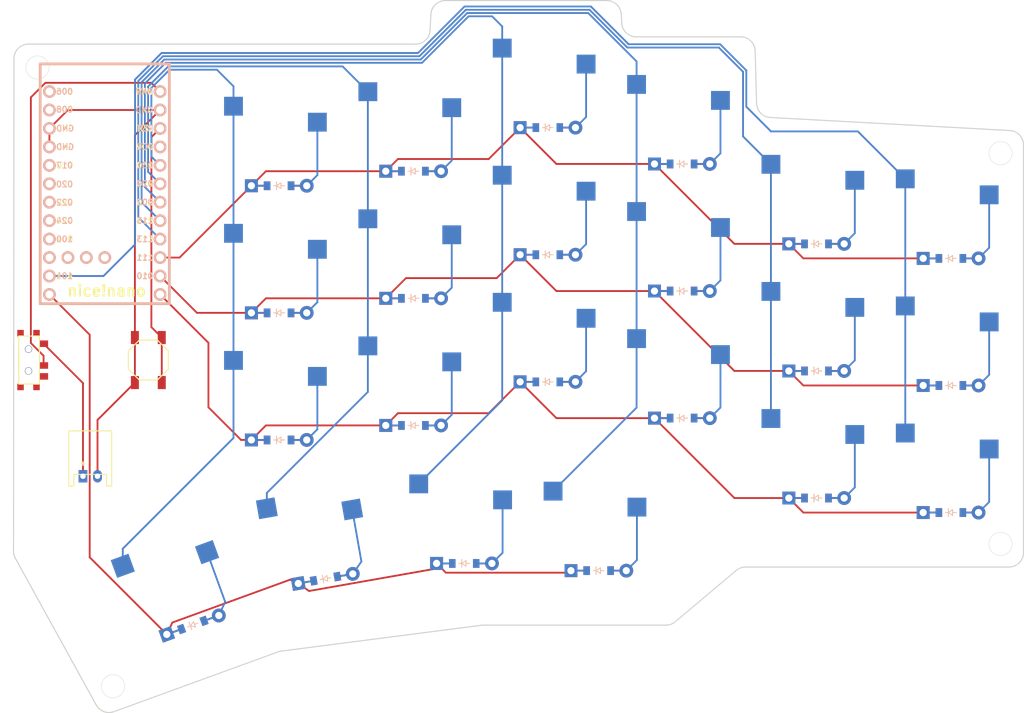
<source format=kicad_pcb>
(kicad_pcb (version 20240108) (generator "pcbnew") (generator_version "8.0")
  (title_block (title "right") (rev "v1.0.0") (company "Unknown"))
  (layers (0 "F.Cu" signal) (31 "B.Cu" signal) (34 "B.Paste" user) (35 "F.Paste" user) (36 "B.SilkS" user "B.Silkscreen") (37 "F.SilkS" user "F.Silkscreen") (38 "B.Mask" user) (39 "F.Mask" user) (44 "Edge.Cuts" user))
  (net 0 "")
  (net 1 "P104")
  (net 2 "mirror_first_bottom")
  (net 3 "mirror_first_home")
  (net 4 "mirror_first_top")
  (net 5 "P113")
  (net 6 "mirror_second_bottom")
  (net 7 "mirror_second_home")
  (net 8 "mirror_second_top")
  (net 9 "P115")
  (net 10 "mirror_third_bottom")
  (net 11 "mirror_third_home")
  (net 12 "mirror_third_top")
  (net 13 "P002")
  (net 14 "mirror_fourth_bottom")
  (net 15 "mirror_fourth_home")
  (net 16 "mirror_fourth_top")
  (net 17 "P029")
  (net 18 "mirror_fifth_bottom")
  (net 19 "mirror_fifth_home")
  (net 20 "mirror_fifth_top")
  (net 21 "P031")
  (net 22 "mirror_sixth_bottom")
  (net 23 "mirror_sixth_home")
  (net 24 "mirror_sixth_top")
  (net 25 "mirror_first_only")
  (net 26 "mirror_second_only")
  (net 27 "mirror_third_only")
  (net 28 "mirror_fourth_only")
  (net 29 "P009")
  (net 30 "P010")
  (net 31 "P111")
  (net 32 "P106")
  (net 33 "RAW")
  (net 34 "GND")
  (net 35 "RST")
  (net 36 "VCC")
  (net 37 "P006")
  (net 38 "P008")
  (net 39 "P017")
  (net 40 "P020")
  (net 41 "P022")
  (net 42 "P024")
  (net 43 "P100")
  (net 44 "P011")
  (net 45 "P101")
  (net 46 "P102")
  (net 47 "P107")
  (net 48 "pos")
  (footprint "E73:SPDT_C128955" (layer "F.Cu") (at 261.565178 66.480607 90)
    (property "Reference" "T1" (hide yes))
    (property "Value" "" (hide yes))
  )
  (footprint "E73:SW_TACT_ALPS_SKQGABE010" (layer "F.Cu") (at 278.065179 66.480607 90)
    (property "Reference" "B1" (hide yes))
    (property "Value" "" (hide yes))
  )
  (footprint "PG1350" (layer "F.Cu") (at 337.065178 90.480607)
    (property "Reference" "S19" (hide yes))
    (property "Value" "" (hide yes))
  )
  (footprint "ComboDiode" (layer "F.Cu") (at 351.565177 74.480609)
    (property "Reference" "D7" (hide yes))
    (property "Value" "" (hide yes))
  )
  (footprint "PG1350" (layer "F.Cu") (at 311.565177 35.480608)
    (property "Reference" "S15" (hide yes))
    (property "Value" "" (hide yes))
  )
  (footprint "ComboDiode" (layer "F.Cu") (at 388.565177 52.480609)
    (property "Reference" "D3" (hide yes))
    (property "Value" "" (hide yes))
  )
  (footprint "ComboDiode" (layer "F.Cu") (at 333.065179 34.480609)
    (property "Reference" "D12" (hide yes))
    (property "Value" "" (hide yes))
  )
  (footprint "PG1350" (layer "F.Cu") (at 298.639075 92.180172 10)
    (property "Reference" "S21" (hide yes))
    (property "Value" "" (hide yes))
  )
  (footprint "ComboDiode" (layer "F.Cu") (at 296.065178 42.480609)
    (property "Reference" "D18" (hide yes))
    (property "Value" "" (hide yes))
  )
  (footprint "PG1350" (layer "F.Cu") (at 385.565178 64.980609)
    (property "Reference" "S2" (hide yes))
    (property "Value" "" (hide yes))
  )
  (footprint "PG1350" (layer "F.Cu") (at 367.065178 45.480608)
    (property "Reference" "S6" (hide yes))
    (property "Value" "" (hide yes))
  )
  (footprint "ComboDiode" (layer "F.Cu") (at 388.565179 69.980608)
    (property "Reference" "D2" (hide yes))
    (property "Value" "" (hide yes))
  )
  (footprint "ComboDiode" (layer "F.Cu") (at 296.065179 59.980607)
    (property "Reference" "D17" (hide yes))
    (property "Value" "" (hide yes))
  )
  (footprint "PG1350" (layer "F.Cu") (at 348.565178 51.980608)
    (property "Reference" "S8" (hide yes))
    (property "Value" "" (hide yes))
  )
  (footprint "ComboDiode" (layer "F.Cu") (at 314.565178 40.480609)
    (property "Reference" "D15" (hide yes))
    (property "Value" "" (hide yes))
  )
  (footprint "ComboDiode" (layer "F.Cu") (at 351.565178 39.480609)
    (property "Reference" "D9" (hide yes))
    (property "Value" "" (hide yes))
  )
  (footprint "ComboDiode" (layer "F.Cu") (at 296.065178 77.48061)
    (property "Reference" "D16" (hide yes))
    (property "Value" "" (hide yes))
  )
  (footprint "PG1350" (layer "F.Cu") (at 385.565179 82.480608)
    (property "Reference" "S1" (hide yes))
    (property "Value" "" (hide yes))
  )
  (footprint "PG1350" (layer "F.Cu") (at 293.065178 72.480609)
    (property "Reference" "S16" (hide yes))
    (property "Value" "" (hide yes))
  )
  (footprint "PG1350" (layer "F.Cu") (at 311.565178 52.980609)
    (property "Reference" "S14" (hide yes))
    (property "Value" "" (hide yes))
  )
  (footprint "PG1350" (layer "F.Cu") (at 330.065178 46.980608)
    (property "Reference" "S11" (hide yes))
    (property "Value" "" (hide yes))
  )
  (footprint "PG1350" (layer "F.Cu") (at 330.065179 64.480609)
    (property "Reference" "S10" (hide yes))
    (property "Value" "" (hide yes))
  )
  (footprint "ComboDiode" (layer "F.Cu") (at 388.565178 87.48061)
    (property "Reference" "D1" (hide yes))
    (property "Value" "" (hide yes))
  )
  (footprint "PG1350" (layer "F.Cu") (at 348.565179 69.480608)
    (property "Reference" "S7" (hide yes))
    (property "Value" "" (hide yes))
  )
  (footprint "PG1350" (layer "F.Cu") (at 311.565178 70.480608)
    (property "Reference" "S13" (hide yes))
    (property "Value" "" (hide yes))
  )
  (footprint "PG1350" (layer "F.Cu") (at 348.565179 34.480608)
    (property "Reference" "S9" (hide yes))
    (property "Value" "" (hide yes))
  )
  (footprint "PG1350" (layer "F.Cu") (at 293.065178 54.980609)
    (property "Reference" "S17" (hide yes))
    (property "Value" "" (hide yes))
  )
  (footprint "PG1350" (layer "F.Cu") (at 293.065178 37.480608)
    (property "Reference" "S18" (hide yes))
    (property "Value" "" (hide yes))
  )
  (footprint "ComboDiode" (layer "F.Cu") (at 370.065178 85.480609)
    (property "Reference" "D4" (hide yes))
    (property "Value" "" (hide yes))
  )
  (footprint "PG1350" (layer "F.Cu") (at 385.565177 47.480608)
    (property "Reference" "S3" (hide yes))
    (property "Value" "" (hide yes))
  )
  (footprint "ComboDiode" (layer "F.Cu") (at 302.461739 96.583267 10)
    (property "Reference" "D21" (hide yes))
    (property "Value" "" (hide yes))
  )
  (footprint "ComboDiode" (layer "F.Cu") (at 370.065176 67.980609)
    (property "Reference" "D5" (hide yes))
    (property "Value" "" (hide yes))
  )
  (footprint "ComboDiode" (layer "F.Cu") (at 314.565179 75.48061)
    (property "Reference" "D13" (hide yes))
    (property "Value" "" (hide yes))
  )
  (footprint "ComboDiode" (layer "F.Cu") (at 284.187294 102.956066 20)
    (property "Reference" "D22" (hide yes))
    (property "Value" "" (hide yes))
  )
  (footprint "PG1350" (layer "F.Cu") (at 367.065178 62.980608)
    (property "Reference" "S5" (hide yes))
    (property "Value" "" (hide yes))
  )
  (footprint "PG1350" (layer "F.Cu") (at 279.658116 99.283663 20)
    (property "Reference" "S22" (hide yes))
    (property "Value" "" (hide yes))
  )
  (footprint "ComboDiode" (layer "F.Cu") (at 370.065179 50.480609)
    (property "Reference" "D6" (hide yes))
    (property "Value" "" (hide yes))
  )
  (footprint "nice_nano" (layer "F.Cu") (at 272.065178 43.480609 -90)
    (property "Reference" "MCU1" (hide yes))
    (property "Value" "nice_nano" (hide yes))
  )
  (footprint "ComboDiode" (layer "F.Cu") (at 321.565178 94.480608)
    (property "Reference" "D20" (hide yes))
    (property "Value" "" (hide yes))
  )
  (footprint "PG1350" (layer "F.Cu") (at 330.065179 29.480609)
    (property "Reference" "S12" (hide yes))
    (property "Value" "" (hide yes))
  )
  (footprint "ComboDiode" (layer "F.Cu") (at 314.565177 57.980608)
    (property "Reference" "D14" (hide yes))
    (property "Value" "" (hide yes))
  )
  (footprint "ComboDiode" (layer "F.Cu") (at 333.065177 69.480609)
    (property "Reference" "D10" (hide yes))
    (property "Value" "" (hide yes))
  )
  (footprint "PG1350" (layer "F.Cu") (at 367.065176 80.48061)
    (property "Reference" "S4" (hide yes))
    (property "Value" "" (hide yes))
  )
  (footprint "ComboDiode" (layer "F.Cu") (at 340.065176 95.480609)
    (property "Reference" "D19" (hide yes))
    (property "Value" "" (hide yes))
  )
  (footprint "ComboDiode" (layer "F.Cu") (at 351.565179 56.980608)
    (property "Reference" "D8" (hide yes))
    (property "Value" "" (hide yes))
  )
  (footprint "PG1350" (layer "F.Cu") (at 318.565178 89.480608)
    (property "Reference" "S20" (hide yes))
    (property "Value" "" (hide yes))
  )
  (footprint "ComboDiode" (layer "F.Cu") (at 333.065178 51.980608)
    (property "Reference" "D11" (hide yes))
    (property "Value" "" (hide yes))
  )
  (footprint "JST_PH_S2B-PH-K_02x2.00mm_Angled" (layer "B.Cu") (at 270.065178 82.480608)
    (property "Reference" "JST1" (hide yes))
    (property "Value" "" (hide yes))
  )
  (gr_arc (start 359.61898 21.980609) (mid 361.013783 22.547247) (end 361.618235 23.926083) (stroke (width 0.15)) (layer "Edge.Cuts"))
  (gr_circle (center 262.8 26.2) (end 264.4 26.2) (stroke (width 0.05)) (fill none) (layer "Edge.Cuts"))
  (gr_arc (start 345.248775 21.980608) (mid 343.877566 21.436557) (end 343.252365 20.100394) (stroke (width 0.15)) (layer "Edge.Cuts"))
  (gr_line (start 350.623514 102.510431) (end 359.006842 95.450786) (stroke (width 0.15)) (layer "Edge.Cuts"))
  (gr_line (start 316.970172 18.880734) (end 316.860185 21.080482) (stroke (width 0.15)) (layer "Edge.Cuts"))
  (gr_circle (center 395.4 91.8) (end 397 91.8) (stroke (width 0.05)) (fill none) (layer "Edge.Cuts"))
  (gr_line (start 296.369158 106.555192) (end 323.937701 102.997062) (stroke (width 0.15)) (layer "Edge.Cuts"))
  (gr_arc (start 398.565179 92.980609) (mid 397.979393 94.394823) (end 396.565179 94.980608) (stroke (width 0.15)) (layer "Edge.Cuts"))
  (gr_line (start 259.563382 24.978814) (end 259.502521 92.801935) (stroke (width 0.15)) (layer "Edge.Cuts"))
  (gr_arc (start 259.563382 24.978814) (mid 260.149803 23.565759) (end 261.563383 22.980607) (stroke (width 0.15)) (layer "Edge.Cuts"))
  (gr_arc (start 273.326295 114.890479) (mid 271.939662 114.883622) (end 270.890765 113.976641) (stroke (width 0.15)) (layer "Edge.Cuts"))
  (gr_line (start 273.326296 114.890479) (end 295.941127 106.659355) (stroke (width 0.15)) (layer "Edge.Cuts"))
  (gr_arc (start 295.941127 106.659355) (mid 296.152266 106.595453) (end 296.369158 106.555192) (stroke (width 0.15)) (layer "Edge.Cuts"))
  (gr_arc (start 316.860186 21.080483) (mid 316.241131 22.429704) (end 314.862679 22.980608) (stroke (width 0.15)) (layer "Edge.Cuts"))
  (gr_line (start 343.252365 20.100394) (end 343.177992 18.860824) (stroke (width 0.15)) (layer "Edge.Cuts"))
  (gr_arc (start 341.181581 16.980609) (mid 342.552791 17.524661) (end 343.177992 18.860824) (stroke (width 0.15)) (layer "Edge.Cuts"))
  (gr_arc (start 363.70536 33.080891) (mid 362.380892 32.478721) (end 361.814936 31.138379) (stroke (width 0.15)) (layer "Edge.Cuts"))
  (gr_line (start 259.75103 93.769278) (end 270.890765 113.97664) (stroke (width 0.15)) (layer "Edge.Cuts"))
  (gr_line (start 361.814936 31.138379) (end 361.618235 23.926083) (stroke (width 0.15)) (layer "Edge.Cuts"))
  (gr_arc (start 259.75103 93.769278) (mid 259.56542 93.301369) (end 259.502521 92.801935) (stroke (width 0.15)) (layer "Edge.Cuts"))
  (gr_circle (center 273.2 111.4) (end 274.8 111.4) (stroke (width 0.05)) (fill none) (layer "Edge.Cuts"))
  (gr_line (start 398.565179 92.980609) (end 398.565178 36.874585) (stroke (width 0.15)) (layer "Edge.Cuts"))
  (gr_arc (start 316.970171 18.880735) (mid 317.589225 17.531514) (end 318.967677 16.980609) (stroke (width 0.15)) (layer "Edge.Cuts"))
  (gr_arc (start 359.006842 95.450785) (mid 359.609419 95.101825) (end 360.295114 94.980609) (stroke (width 0.15)) (layer "Edge.Cuts"))
  (gr_line (start 360.295114 94.980609) (end 396.565179 94.980608) (stroke (width 0.15)) (layer "Edge.Cuts"))
  (gr_circle (center 395.4 38) (end 397 38) (stroke (width 0.05)) (fill none) (layer "Edge.Cuts"))
  (gr_line (start 314.862679 22.980608) (end 261.563383 22.980607) (stroke (width 0.15)) (layer "Edge.Cuts"))
  (gr_line (start 396.674009 34.877547) (end 363.705361 33.080889) (stroke (width 0.15)) (layer "Edge.Cuts"))
  (gr_line (start 359.618979 21.980608) (end 345.248775 21.980608) (stroke (width 0.15)) (layer "Edge.Cuts"))
  (gr_arc (start 323.937702 102.997061) (mid 324.065442 102.984726) (end 324.19371 102.980609) (stroke (width 0.15)) (layer "Edge.Cuts"))
  (gr_arc (start 350.623513 102.510431) (mid 350.020936 102.85939) (end 349.335241 102.980608) (stroke (width 0.15)) (layer "Edge.Cuts"))
  (gr_line (start 341.181581 16.980609) (end 318.967677 16.980609) (stroke (width 0.15)) (layer "Edge.Cuts"))
  (gr_arc (start 396.674009 34.877547) (mid 398.01736 35.499387) (end 398.565178 36.874585) (stroke (width 0.15)) (layer "Edge.Cuts"))
  (gr_line (start 324.19371 102.980609) (end 349.335241 102.980608) (stroke (width 0.15)) (layer "Edge.Cuts"))
  (segment (start 363.8 35) (end 360.4 31.6) (width 0.25) (layer "B.Cu") (net 1))
  (segment (start 271.889391 54.910609) (end 264.445178 54.910609) (width 0.25) (layer "B.Cu") (net 1))
  (segment (start 339 17.8) (end 321.6 17.8) (width 0.25) (layer "B.Cu") (net 1))
  (segment (start 321.6 17.8) (end 315.2 24.2) (width 0.25) (layer "B.Cu") (net 1))
  (segment (start 375.759569 35) (end 363.8 35) (width 0.25) (layer "B.Cu") (net 1))
  (segment (start 382.290177 59.030608) (end 382.290178 59.030609) (width 0.25) (layer "B.Cu") (net 1))
  (segment (start 382.290178 76.530607) (end 382.290179 76.530608) (width 0.25) (layer "B.Cu") (net 1))
  (segment (start 360.4 31.6) (end 360.4 26.6) (width 0.25) (layer "B.Cu") (net 1))
  (segment (start 382.290177 41.530608) (end 375.759569 35) (width 0.25) (layer "B.Cu") (net 1))
  (segment (start 382.290177 41.530608) (end 382.290177 59.030608) (width 0.25) (layer "B.Cu") (net 1))
  (segment (start 276.233878 50.566122) (end 271.889391 54.910609) (width 0.25) (layer "B.Cu") (net 1))
  (segment (start 360.4 26.6) (end 356.8 23) (width 0.25) (layer "B.Cu") (net 1))
  (segment (start 356.8 23) (end 344.2 23) (width 0.25) (layer "B.Cu") (net 1))
  (segment (start 315.2 24.2) (end 279.890812 24.2) (width 0.25) (layer "B.Cu") (net 1))
  (segment (start 279.890812 24.2) (end 276.233878 27.856934) (width 0.25) (layer "B.Cu") (net 1))
  (segment (start 344.2 23) (end 339 17.8) (width 0.25) (layer "B.Cu") (net 1))
  (segment (start 382.290178 59.030609) (end 382.290178 76.530607) (width 0.25) (layer "B.Cu") (net 1))
  (segment (start 276.233878 27.856934) (end 276.233878 50.566122) (width 0.25) (layer "B.Cu") (net 1))
  (segment (start 390.215178 87.480609) (end 392.375177 87.480609) (width 0.25) (layer "F.Cu") (net 2))
  (segment (start 392.375177 87.480609) (end 392.375178 87.48061) (width 0.25) (layer "F.Cu") (net 2))
  (segment (start 393.840178 78.730609) (end 393.840178 86.015609) (width 0.25) (layer "B.Cu") (net 2))
  (segment (start 390.215179 87.480608) (end 392.375179 87.48061) (width 0.25) (layer "B.Cu") (net 2))
  (segment (start 393.840178 86.015609) (end 392.375179 87.48061) (width 0.25) (layer "B.Cu") (net 2))
  (segment (start 392.375179 69.980608) (end 390.21518 69.980608) (width 0.25) (layer "F.Cu") (net 3))
  (segment (start 390.21518 69.980608) (end 390.215179 69.980607) (width 0.25) (layer "F.Cu") (net 3))
  (segment (start 392.375179 69.980608) (end 390.215178 69.980608) (width 0.25) (layer "B.Cu") (net 3))
  (segment (start 393.840178 68.51561) (end 392.375179 69.980608) (width 0.25) (layer "B.Cu") (net 3))
  (segment (start 393.840178 61.23061) (end 393.840178 68.51561) (width 0.25) (layer "B.Cu") (net 3))
  (segment (start 392.375176 52.480608) (end 392.375177 52.480609) (width 0.25) (layer "F.Cu") (net 4))
  (segment (start 390.215177 52.480608) (end 392.375176 52.480608) (width 0.25) (layer "F.Cu") (net 4))
  (segment (start 390.215177 52.480608) (end 392.375176 52.480608) (width 0.25) (layer "B.Cu") (net 4))
  (segment (start 393.840177 51.015609) (end 392.375178 52.480609) (width 0.25) (layer "B.Cu") (net 4))
  (segment (start 392.375176 52.480608) (end 392.375177 52.480609) (width 0.25) (layer "B.Cu") (net 4))
  (segment (start 393.840177 43.730609) (end 393.840177 51.015609) (width 0.25) (layer "B.Cu") (net 4))
  (segment (start 321.786396 18.25) (end 315.386396 24.65) (width 0.25) (layer "B.Cu") (net 5))
  (segment (start 359.95 26.786396) (end 356.613604 23.45) (width 0.25) (layer "B.Cu") (net 5))
  (segment (start 363.790178 39.530608) (end 363.790178 57.030608) (width 0.25) (layer "B.Cu") (net 5))
  (segment (start 363.790178 57.390178) (end 363.790176 57.39018) (width 0.25) (layer "B.Cu") (net 5))
  (segment (start 356.613604 23.45) (end 344.013604 23.45) (width 0.25) (layer "B.Cu") (net 5))
  (segment (start 276.683878 28.04333) (end 276.683878 46.829309) (width 0.25) (layer "B.Cu") (net 5))
  (segment (start 338.813604 18.25) (end 321.786396 18.25) (width 0.25) (layer "B.Cu") (net 5))
  (segment (start 363.790176 57.39018) (end 363.790176 74.53061) (width 0.25) (layer "B.Cu") (net 5))
  (segment (start 363.790178 57.030608) (end 363.790178 57.390178) (width 0.25) (layer "B.Cu") (net 5))
  (segment (start 280.077208 24.65) (end 276.683878 28.04333) (width 0.25) (layer "B.Cu") (net 5))
  (segment (start 315.386396 24.65) (end 280.077208 24.65) (width 0.25) (layer "B.Cu") (net 5))
  (segment (start 276.683878 46.829309) (end 279.685178 49.830609) (width 0.25) (layer "B.Cu") (net 5))
  (segment (start 363.790178 39.530608) (end 359.95 35.69043) (width 0.25) (layer "B.Cu") (net 5))
  (segment (start 359.95 35.69043) (end 359.95 26.786396) (width 0.25) (layer "B.Cu") (net 5))
  (segment (start 344.013604 23.45) (end 338.813604 18.25) (width 0.25) (layer "B.Cu") (net 5))
  (segment (start 371.715178 85.480608) (end 373.875177 85.480608) (width 0.25) (layer "F.Cu") (net 6))
  (segment (start 373.875177 85.480608) (end 373.875178 85.480609) (width 0.25) (layer "F.Cu") (net 6))
  (segment (start 371.715176 85.480608) (end 373.875179 85.480609) (width 0.25) (layer "B.Cu") (net 6))
  (segment (start 375.340179 76.73061) (end 375.340178 84.01561) (width 0.25) (layer "B.Cu") (net 6))
  (segment (start 375.340178 84.01561) (end 373.875179 85.480609) (width 0.25) (layer "B.Cu") (net 6))
  (segment (start 373.875176 67.980609) (end 371.715177 67.980609) (width 0.25) (layer "F.Cu") (net 7))
  (segment (start 371.715177 67.980609) (end 371.715176 67.980608) (width 0.25) (layer "F.Cu") (net 7))
  (segment (start 373.875176 67.980609) (end 371.715178 67.980609) (width 0.25) (layer "B.Cu") (net 7))
  (segment (start 375.340177 59.230608) (end 375.340179 66.51561) (width 0.25) (layer "B.Cu") (net 7))
  (segment (start 375.340179 66.51561) (end 373.875176 67.980609) (width 0.25) (layer "B.Cu") (net 7))
  (segment (start 371.715179 50.480608) (end 373.875178 50.480608) (width 0.25) (layer "F.Cu") (net 8))
  (segment (start 373.875178 50.480608) (end 373.875179 50.480609) (width 0.25) (layer "F.Cu") (net 8))
  (segment (start 375.340178 49.015608) (end 373.875178 50.480609) (width 0.25) (layer "B.Cu") (net 8))
  (segment (start 371.715177 50.480609) (end 373.875178 50.480609) (width 0.25) (layer "B.Cu") (net 8))
  (segment (start 375.340179 41.730609) (end 375.340178 49.015608) (width 0.25) (layer "B.Cu") (net 8))
  (segment (start 345.290179 46.309823) (end 345.290179 63.530608) (width 0.25) (layer "B.Cu") (net 9))
  (segment (start 345.290179 25.362971) (end 338.627208 18.7) (width 0.25) (layer "B.Cu") (net 9))
  (segment (start 345.290179 63.530608) (end 345.290179 73.030606) (width 0.25) (layer "B.Cu") (net 9))
  (segment (start 277.133878 28.229726) (end 277.133878 44.739309) (width 0.25) (layer "B.Cu") (net 9))
  (segment (start 345.290179 28.530608) (end 345.290179 25.362971) (width 0.25) (layer "B.Cu") (net 9))
  (segment (start 315.572792 25.1) (end 280.263604 25.1) (width 0.25) (layer "B.Cu") (net 9))
  (segment (start 345.290178 46.309822) (end 345.290179 46.309823) (width 0.25) (layer "B.Cu") (net 9))
  (segment (start 345.290179 28.530608) (end 345.290179 46.030607) (width 0.25) (layer "B.Cu") (net 9))
  (segment (start 345.290179 46.030607) (end 345.290178 46.030608) (width 0.25) (layer "B.Cu") (net 9))
  (segment (start 321.972792 18.7) (end 315.572792 25.1) (width 0.25) (layer "B.Cu") (net 9))
  (segment (start 338.627208 18.7) (end 321.972792 18.7) (width 0.25) (layer "B.Cu") (net 9))
  (segment (start 345.290179 73.030606) (end 333.790178 84.530607) (width 0.25) (layer "B.Cu") (net 9))
  (segment (start 345.290178 46.030608) (end 345.290178 46.309822) (width 0.25) (layer "B.Cu") (net 9))
  (segment (start 277.133878 44.739309) (end 279.685178 47.290609) (width 0.25) (layer "B.Cu") (net 9))
  (segment (start 280.263604 25.1) (end 277.133878 28.229726) (width 0.25) (layer "B.Cu") (net 9))
  (segment (start 355.375176 74.480608) (end 355.375177 74.480609) (width 0.25) (layer "F.Cu") (net 10))
  (segment (start 353.215177 74.480608) (end 355.375176 74.480608) (width 0.25) (layer "F.Cu") (net 10))
  (segment (start 356.840178 65.730609) (end 356.840178 73.015608) (width 0.25) (layer "B.Cu") (net 10))
  (segment (start 353.215177 74.480607) (end 355.375178 74.48061) (width 0.25) (layer "B.Cu") (net 10))
  (segment (start 356.840178 73.015608) (end 355.375178 74.48061) (width 0.25) (layer "B.Cu") (net 10))
  (segment (start 355.375179 56.980608) (end 353.21518 56.980608) (width 0.25) (layer "F.Cu") (net 11))
  (segment (start 353.21518 56.980608) (end 353.215179 56.980607) (width 0.25) (layer "F.Cu") (net 11))
  (segment (start 356.840178 55.51561) (end 355.375177 56.980609) (width 0.25) (layer "B.Cu") (net 11))
  (segment (start 355.375177 56.980609) (end 353.215178 56.980608) (width 0.25) (layer "B.Cu") (net 11))
  (segment (start 356.840177 48.230609) (end 356.840178 55.51561) (width 0.25) (layer "B.Cu") (net 11))
  (segment (start 353.215178 39.480608) (end 355.375177 39.480608) (width 0.25) (layer "F.Cu") (net 12))
  (segment (start 355.375177 39.480608) (end 355.375178 39.480609) (width 0.25) (layer "F.Cu") (net 12))
  (segment (start 356.840179 30.730608) (end 356.840178 38.015608) (width 0.25) (layer "B.Cu") (net 12))
  (segment (start 353.215177 39.480608) (end 355.375179 39.480609) (width 0.25) (layer "B.Cu") (net 12))
  (segment (start 356.840178 38.015608) (end 355.375179 39.480609) (width 0.25) (layer "B.Cu") (net 12))
  (segment (start 326.790178 58.530608) (end 326.790179 58.530609) (width 0.25) (layer "B.Cu") (net 13))
  (segment (start 326.790179 23.530609) (end 326.790179 41.030607) (width 0.25) (layer "B.Cu") (net 13))
  (segment (start 326.790178 41.030608) (end 326.790178 58.530608) (width 0.25) (layer "B.Cu") (net 13))
  (segment (start 325.4 19.15) (end 322.159188 19.15) (width 0.25) (layer "B.Cu") (net 13))
  (segment (start 277.583878 42.649309) (end 279.685178 44.750609) (width 0.25) (layer "B.Cu") (net 13))
  (segment (start 326.790179 58.530609) (end 326.790179 72.030607) (width 0.25) (layer "B.Cu") (net 13))
  (segment (start 326.790179 20.540179) (end 325.4 19.15) (width 0.25) (layer "B.Cu") (net 13))
  (segment (start 326.790179 41.030607) (end 326.790178 41.030608) (width 0.25) (layer "B.Cu") (net 13))
  (segment (start 315.759188 25.55) (end 280.45 25.55) (width 0.25) (layer "B.Cu") (net 13))
  (segment (start 326.790179 23.530609) (end 326.790179 20.540179) (width 0.25) (layer "B.Cu") (net 13))
  (segment (start 277.583878 28.416122) (end 277.583878 42.649309) (width 0.25) (layer "B.Cu") (net 13))
  (segment (start 322.159188 19.15) (end 315.759188 25.55) (width 0.25) (layer "B.Cu") (net 13))
  (segment (start 326.790179 72.030607) (end 315.290178 83.530608) (width 0.25) (layer "B.Cu") (net 13))
  (segment (start 280.45 25.55) (end 277.583878 28.416122) (width 0.25) (layer "B.Cu") (net 13))
  (segment (start 336.875177 69.480609) (end 334.715178 69.480609) (width 0.25) (layer "F.Cu") (net 14))
  (segment (start 334.715178 69.480609) (end 334.715177 69.480608) (width 0.25) (layer "F.Cu") (net 14))
  (segment (start 334.715177 69.480609) (end 336.875178 69.480608) (width 0.25) (layer "B.Cu") (net 14))
  (segment (start 338.340178 60.730609) (end 338.340178 68.015609) (width 0.25) (layer "B.Cu") (net 14))
  (segment (start 338.340178 68.015609) (end 336.875178 69.480608) (width 0.25) (layer "B.Cu") (net 14))
  (segment (start 334.715179 51.980608) (end 334.715178 51.980607) (width 0.25) (layer "F.Cu") (net 15))
  (segment (start 336.875178 51.980608) (end 334.715179 51.980608) (width 0.25) (layer "F.Cu") (net 15))
  (segment (start 338.340178 43.230608) (end 338.340179 50.515609) (width 0.25) (layer "B.Cu") (net 15))
  (segment (start 338.340179 50.515609) (end 336.875177 51.980607) (width 0.25) (layer "B.Cu") (net 15))
  (segment (start 336.875177 51.980607) (end 334.715178 51.980609) (width 0.25) (layer "B.Cu") (net 15))
  (segment (start 334.715179 34.480608) (end 336.875178 34.480608) (width 0.25) (layer "F.Cu") (net 16))
  (segment (start 336.875178 34.480608) (end 336.875179 34.480609) (width 0.25) (layer "F.Cu") (net 16))
  (segment (start 338.340177 33.015609) (end 336.875179 34.48061) (width 0.25) (layer "B.Cu") (net 16))
  (segment (start 338.340178 25.730609) (end 338.340177 33.015609) (width 0.25) (layer "B.Cu") (net 16))
  (segment (start 334.715178 34.480608) (end 336.875179 34.48061) (width 0.25) (layer "B.Cu") (net 16))
  (segment (start 280.810496 26.05) (end 278.033878 28.826618) (width 0.25) (layer "B.Cu") (net 17))
  (segment (start 308.290177 29.530608) (end 308.290177 47.030608) (width 0.25) (layer "B.Cu") (net 17))
  (segment (start 278.033878 28.826618) (end 278.033878 40.559309) (width 0.25) (layer "B.Cu") (net 17))
  (segment (start 278.033878 40.559309) (end 279.685178 42.210609) (width 0.25) (layer "B.Cu") (net 17))
  (segment (start 308.290177 29.530608) (end 304.809569 26.05) (width 0.25) (layer "B.Cu") (net 17))
  (segment (start 308.290178 70.872268) (end 294.380623 84.781823) (width 0.25) (layer "B.Cu") (net 17))
  (segment (start 308.290178 64.530608) (end 308.290178 70.872268) (width 0.25) (layer "B.Cu") (net 17))
  (segment (start 308.290177 47.030608) (end 308.290178 47.030609) (width 0.25) (layer "B.Cu") (net 17))
  (segment (start 308.290178 47.030609) (end 308.290178 64.530608) (width 0.25) (layer "B.Cu") (net 17))
  (segment (start 304.809569 26.05) (end 280.810496 26.05) (width 0.25) (layer "B.Cu") (net 17))
  (segment (start 294.380623 84.781823) (end 294.380623 86.889264) (width 0.25) (layer "B.Cu") (net 17))
  (segment (start 318.375178 75.480609) (end 318.375179 75.48061) (width 0.25) (layer "F.Cu") (net 18))
  (segment (start 316.215179 75.480609) (end 318.375178 75.480609) (width 0.25) (layer "F.Cu") (net 18))
  (segment (start 316.215178 75.480608) (end 318.375178 75.48061) (width 0.25) (layer "B.Cu") (net 18))
  (segment (start 319.840178 66.730607) (end 319.840179 74.015608) (width 0.25) (layer "B.Cu") (net 18))
  (segment (start 319.840179 74.015608) (end 318.375178 75.48061) (width 0.25) (layer "B.Cu") (net 18))
  (segment (start 318.375177 57.980608) (end 316.215178 57.980608) (width 0.25) (layer "F.Cu") (net 19))
  (segment (start 316.215178 57.980608) (end 316.215177 57.980607) (width 0.25) (layer "F.Cu") (net 19))
  (segment (start 319.840179 49.230609) (end 319.840178 56.51561) (width 0.25) (layer "B.Cu") (net 19))
  (segment (start 318.375179 57.980609) (end 316.215178 57.980609) (width 0.25) (layer "B.Cu") (net 19))
  (segment (start 319.840178 56.51561) (end 318.375179 57.980609) (width 0.25) (layer "B.Cu") (net 19))
  (segment (start 318.375177 40.480608) (end 318.375178 40.480609) (width 0.25) (layer "F.Cu") (net 20))
  (segment (start 316.215178 40.480608) (end 318.375177 40.480608) (width 0.25) (layer "F.Cu") (net 20))
  (segment (start 316.215179 40.480608) (end 318.375178 40.480608) (width 0.25) (layer "B.Cu") (net 20))
  (segment (start 319.840177 31.730608) (end 319.840177 39.015607) (width 0.25) (layer "B.Cu") (net 20))
  (segment (start 319.840177 39.015607) (end 318.375178 40.480608) (width 0.25) (layer "B.Cu") (net 20))
  (segment (start 287.5 26.5) (end 280.996892 26.5) (width 0.25) (layer "B.Cu") (net 21))
  (segment (start 274.545603 92.454397) (end 274.545603 94.812608) (width 0.25) (layer "B.Cu") (net 21))
  (segment (start 289.790178 28.790178) (end 287.5 26.5) (width 0.25) (layer "B.Cu") (net 21))
  (segment (start 289.790178 31.530608) (end 289.790178 28.790178) (width 0.25) (layer "B.Cu") (net 21))
  (segment (start 289.790178 31.530608) (end 289.790178 49.030609) (width 0.25) (layer "B.Cu") (net 21))
  (segment (start 278.483878 38.469309) (end 279.685178 39.670609) (width 0.25) (layer "B.Cu") (net 21))
  (segment (start 278.483878 29.013014) (end 278.483878 38.469309) (width 0.25) (layer "B.Cu") (net 21))
  (segment (start 289.790178 77.209822) (end 274.545603 92.454397) (width 0.25) (layer "B.Cu") (net 21))
  (segment (start 289.790178 66.530609) (end 289.790178 77.209822) (width 0.25) (layer "B.Cu") (net 21))
  (segment (start 280.996892 26.5) (end 278.483878 29.013014) (width 0.25) (layer "B.Cu") (net 21))
  (segment (start 289.790178 49.030609) (end 289.790178 66.530609) (width 0.25) (layer "B.Cu") (net 21))
  (segment (start 299.875177 77.480609) (end 299.875178 77.48061) (width 0.25) (layer "F.Cu") (net 22))
  (segment (start 297.715178 77.480609) (end 299.875177 77.480609) (width 0.25) (layer "F.Cu") (net 22))
  (segment (start 301.340178 76.015607) (end 299.875179 77.48061) (width 0.25) (layer "B.Cu") (net 22))
  (segment (start 301.340178 68.730607) (end 301.340178 76.015607) (width 0.25) (layer "B.Cu") (net 22))
  (segment (start 297.715177 77.480609) (end 299.875179 77.48061) (width 0.25) (layer "B.Cu") (net 22))
  (segment (start 297.71518 59.980607) (end 297.715179 59.980606) (width 0.25) (layer "F.Cu") (net 23))
  (segment (start 299.875179 59.980607) (end 297.71518 59.980607) (width 0.25) (layer "F.Cu") (net 23))
  (segment (start 301.340178 51.230609) (end 301.340179 58.515609) (width 0.25) (layer "B.Cu") (net 23))
  (segment (start 299.875178 59.980609) (end 297.715179 59.980608) (width 0.25) (layer "B.Cu") (net 23))
  (segment (start 301.340179 58.515609) (end 299.875178 59.980609) (width 0.25) (layer "B.Cu") (net 23))
  (segment (start 297.715178 42.480608) (end 299.875177 42.480608) (width 0.25) (layer "F.Cu") (net 24))
  (segment (start 299.875177 42.480608) (end 299.875178 42.480609) (width 0.25) (layer "F.Cu") (net 24))
  (segment (start 301.340177 41.015608) (end 299.875178 42.480608) (width 0.25) (layer "B.Cu") (net 24))
  (segment (start 297.715178 42.480608) (end 299.875178 42.480608) (width 0.25) (layer "B.Cu") (net 24))
  (segment (start 301.340176 33.730607) (end 301.340177 41.015608) (width 0.25) (layer "B.Cu") (net 24))
  (segment (start 341.715176 95.480608) (end 343.875175 95.480608) (width 0.25) (layer "F.Cu") (net 25))
  (segment (start 343.875175 95.480608) (end 343.875176 95.480609) (width 0.25) (layer "F.Cu") (net 25))
  (segment (start 345.340177 86.730608) (end 345.340179 94.015609) (width 0.25) (layer "B.Cu") (net 25))
  (segment (start 343.875177 95.480609) (end 341.715178 95.480608) (width 0.25) (layer "B.Cu") (net 25))
  (segment (start 345.340179 94.015609) (end 343.875177 95.480609) (width 0.25) (layer "B.Cu") (net 25))
  (segment (start 323.215178 94.480607) (end 325.375177 94.480607) (width 0.25) (layer "F.Cu") (net 26))
  (segment (start 325.375177 94.480607) (end 325.375178 94.480608) (width 0.25) (layer "F.Cu") (net 26))
  (segment (start 326.840177 85.730608) (end 326.840178 93.015608) (width 0.25) (layer "B.Cu") (net 26))
  (segment (start 325.375177 94.480609) (end 323.215179 94.480607) (width 0.25) (layer "B.Cu") (net 26))
  (segment (start 326.840178 93.015608) (end 325.375177 94.480609) (width 0.25) (layer "B.Cu") (net 26))
  (segment (start 306.213854 95.921668) (end 306.213856 95.921665) (width 0.25) (layer "F.Cu") (net 27))
  (segment (start 304.086671 96.296748) (end 306.213854 95.921668) (width 0.25) (layer "F.Cu") (net 27))
  (segment (start 306.213856 95.921666) (end 304.086673 96.296745) (width 0.25) (layer "B.Cu") (net 27))
  (segment (start 306.137177 87.050203) (end 307.402206 94.224528) (width 0.25) (layer "B.Cu") (net 27))
  (segment (start 307.402206 94.224528) (end 306.213856 95.921666) (width 0.25) (layer "B.Cu") (net 27))
  (segment (start 304.086673 96.296745) (end 304.086671 96.296747) (width 0.25) (layer "B.Cu") (net 27))
  (segment (start 285.737788 102.391732) (end 287.767521 101.65297) (width 0.25) (layer "F.Cu") (net 28))
  (segment (start 287.767521 101.65297) (end 287.767523 101.652967) (width 0.25) (layer "F.Cu") (net 28))
  (segment (start 287.767523 101.652967) (end 285.73779 102.391729) (width 0.25) (layer "B.Cu") (net 28))
  (segment (start 286.151498 92.929599) (end 288.643114 99.775257) (width 0.25) (layer "B.Cu") (net 28))
  (segment (start 285.73779 102.391729) (end 285.737788 102.391732) (width 0.25) (layer "B.Cu") (net 28))
  (segment (start 288.643114 99.775257) (end 287.767523 101.652967) (width 0.25) (layer "B.Cu") (net 28))
  (segment (start 368.255179 87.48061) (end 384.755178 87.48061) (width 0.25) (layer "F.Cu") (net 29))
  (segment (start 329.255177 69.480609) (end 334.255177 74.480609) (width 0.25) (layer "F.Cu") (net 29))
  (segment (start 310.755179 75.48061) (end 312.4 73.835789) (width 0.25) (layer "F.Cu") (net 29))
  (segment (start 312.4 73.835789) (end 312.4 73.8) (width 0.25) (layer "F.Cu") (net 29))
  (segment (start 290.831495 77.48061) (end 292.255178 77.48061) (width 0.25) (layer "F.Cu") (net 29))
  (segment (start 292.255178 77.48061) (end 294.415177 77.48061) (width 0.25) (layer "F.Cu") (net 29))
  (segment (start 347.755177 74.480609) (end 358.755177 85.480609) (width 0.25) (layer "F.Cu") (net 29))
  (segment (start 329.255177 69.480609) (end 331.415176 69.480609) (width 0.25) (layer "F.Cu") (net 29))
  (segment (start 279.685178 57.450608) (end 286.339278 64.104708) (width 0.25) (layer "F.Cu") (net 29))
  (segment (start 334.255177 74.480609) (end 347.755177 74.480609) (width 0.25) (layer "F.Cu") (net 29))
  (segment (start 366.255178 85.480609) (end 368.415177 85.480609) (width 0.25) (layer "F.Cu") (net 29))
  (segment (start 294.255178 75.48061) (end 310.755179 75.48061) (width 0.25) (layer "F.Cu") (net 29))
  (segment (start 384.755178 87.48061) (end 386.915177 87.48061) (width 0.25) (layer "F.Cu") (net 29))
  (segment (start 347.755177 74.480609) (end 349.915176 74.480609) (width 0.25) (layer "F.Cu") (net 29))
  (segment (start 312.915178 75.48061) (end 312.915179 75.480611) (width 0.25) (layer "F.Cu") (net 29))
  (segment (start 286.339278 72.988393) (end 290.831495 77.48061) (width 0.25) (layer "F.Cu") (net 29))
  (segment (start 310.755179 75.48061) (end 312.915178 75.48061) (width 0.25) (layer "F.Cu") (net 29))
  (segment (start 294.415177 77.48061) (end 294.415178 77.480611) (width 0.25) (layer "F.Cu") (net 29))
  (segment (start 331.415176 69.480609) (end 331.415177 69.48061) (width 0.25) (layer "F.Cu") (net 29))
  (segment (start 349.915176 74.480609) (end 349.915177 74.48061) (width 0.25) (layer "F.Cu") (net 29))
  (segment (start 366.255178 85.480609) (end 368.255179 87.48061) (width 0.25) (layer "F.Cu") (net 29))
  (segment (start 292.255178 77.48061) (end 294.255178 75.48061) (width 0.25) (layer "F.Cu") (net 29))
  (segment (start 324.935786 73.8) (end 329.255177 69.480609) (width 0.25) (layer "F.Cu") (net 29))
  (segment (start 386.915177 87.48061) (end 386.915178 87.480611) (width 0.25) (layer "F.Cu") (net 29))
  (segment (start 286.339278 64.104708) (end 286.339278 72.988393) (width 0.25) (layer "F.Cu") (net 29))
  (segment (start 368.415177 85.480609) (end 368.415178 85.48061) (width 0.25) (layer "F.Cu") (net 29))
  (segment (start 312.4 73.8) (end 324.935786 73.8) (width 0.25) (layer "F.Cu") (net 29))
  (segment (start 358.755177 85.480609) (end 366.255178 85.480609) (width 0.25) (layer "F.Cu") (net 29))
  (segment (start 384.755177 87.480609) (end 386.915178 87.48061) (width 0.25) (layer "B.Cu") (net 29))
  (segment (start 329.255178 69.480608) (end 331.415178 69.480608) (width 0.25) (layer "B.Cu") (net 29))
  (segment (start 366.255177 85.480607) (end 368.415178 85.48061) (width 0.25) (layer "B.Cu") (net 29))
  (segment (start 292.255178 77.48061) (end 294.415179 77.480609) (width 0.25) (layer "B.Cu") (net 29))
  (segment (start 347.755178 74.480609) (end 349.915178 74.480609) (width 0.25) (layer "B.Cu") (net 29))
  (segment (start 310.755179 75.48061) (end 312.915178 75.480609) (width 0.25) (layer "B.Cu") (net 29))
  (segment (start 310.755178 57.980609) (end 310.755177 57.980608) (width 0.25) (layer "F.Cu") (net 30))
  (segment (start 347.755179 56.980608) (end 334.255178 56.980608) (width 0.25) (layer "F.Cu") (net 30))
  (segment (start 326.035786 55.2) (end 313.535785 55.2) (width 0.25) (layer "F.Cu") (net 30))
  (segment (start 347.75518 56.980609) (end 347.755179 56.980608) (width 0.25) (layer "F.Cu") (net 30))
  (segment (start 329.255179 51.980609) (end 329.255178 51.980608) (width 0.25) (layer "F.Cu") (net 30))
  (segment (start 284.755176 59.980607) (end 292.255179 59.980607) (width 0.25) (layer "F.Cu") (net 30))
  (segment (start 386.915179 69.980609) (end 384.75518 69.980609) (width 0.25) (layer "F.Cu") (net 30))
  (segment (start 384.75518 69.980609) (end 384.755179 69.980608) (width 0.25) (layer "F.Cu") (net 30))
  (segment (start 294.415179 59.980608) (end 292.25518 59.980608) (width 0.25) (layer "F.Cu") (net 30))
  (segment (start 384.755179 69.980608) (end 368.255175 69.980608) (width 0.25) (layer "F.Cu") (net 30))
  (segment (start 312.915177 57.980609) (end 310.755178 57.980609) (width 0.25) (layer "F.Cu") (net 30))
  (segment (start 292.25518 59.980608) (end 292.255179 59.980607) (width 0.25) (layer "F.Cu") (net 30))
  (segment (start 368.255175 69.980608) (end 366.255176 67.980609) (width 0.25) (layer "F.Cu") (net 30))
  (segment (start 366.255177 67.98061) (end 366.255176 67.980609) (width 0.25) (layer "F.Cu") (net 30))
  (segment (start 310.755177 57.980608) (end 294.255178 57.980608) (width 0.25) (layer "F.Cu") (net 30))
  (segment (start 368.415176 67.98061) (end 366.255177 67.98061) (width 0.25) (layer "F.Cu") (net 30))
  (segment (start 279.685178 54.910609) (end 284.755176 59.980607) (width 0.25) (layer "F.Cu") (net 30))
  (segment (start 349.915179 56.980609) (end 347.75518 56.980609) (width 0.25) (layer "F.Cu") (net 30))
  (segment (start 358.75518 67.980609) (end 347.755179 56.980608) (width 0.25) (layer "F.Cu") (net 30))
  (segment (start 334.255178 56.980608) (end 329.255178 51.980608) (width 0.25) (layer "F.Cu") (net 30))
  (segment (start 313.535785 55.2) (end 310.755177 57.980608) (width 0.25) (layer "F.Cu") (net 30))
  (segment (start 294.255178 57.980608) (end 292.255179 59.980607) (width 0.25) (layer "F.Cu") (net 30))
  (segment (start 329.255178 51.980608) (end 326.035786 55.2) (width 0.25) (layer "F.Cu") (net 30))
  (segment (start 331.415178 51.980609) (end 329.255179 51.980609) (width 0.25) (layer "F.Cu") (net 30))
  (segment (start 366.255176 67.980609) (end 358.75518 67.980609) (width 0.25) (layer "F.Cu") (net 30))
  (segment (start 312.915178 57.980609) (end 310.755177 57.980609) (width 0.25) (layer "B.Cu") (net 30))
  (segment (start 294.415176 59.980609) (end 292.255179 59.980608) (width 0.25) (layer "B.Cu") (net 30))
  (segment (start 331.415177 51.980609) (end 329.255179 51.980609) (width 0.25) (layer "B.Cu") (net 30))
  (segment (start 349.915178 56.980609) (end 347.755178 56.980607) (width 0.25) (layer "B.Cu") (net 30))
  (segment (start 368.415178 67.980609) (end 366.255179 67.980609) (width 0.25) (layer "B.Cu") (net 30))
  (segment (start 386.915178 69.980609) (end 384.755177 69.980608) (width 0.25) (layer "B.Cu") (net 30))
  (segment (start 329.255179 34.480609) (end 334.255179 39.480609) (width 0.25) (layer "F.Cu") (net 31))
  (segment (start 334.255179 39.480609) (end 347.755178 39.480609) (width 0.25) (layer "F.Cu") (net 31))
  (segment (start 279.685178 52.370609) (end 282.365178 52.370609) (width 0.25) (layer "F.Cu") (net 31))
  (segment (start 349.915177 39.480609) (end 349.915178 39.48061) (width 0.25) (layer "F.Cu") (net 31))
  (segment (start 368.415178 50.480609) (end 368.415179 50.48061) (width 0.25) (layer "F.Cu") (net 31))
  (segment (start 331.415178 34.480609) (end 331.415179 34.48061) (width 0.25) (layer "F.Cu") (net 31))
  (segment (start 310.755178 40.480609) (end 312.435787 38.8) (width 0.25) (layer "F.Cu") (net 31))
  (segment (start 294.415177 42.480609) (end 294.415178 42.48061) (width 0.25) (layer "F.Cu") (net 31))
  (segment (start 312.915177 40.480609) (end 312.915178 40.48061) (width 0.25) (layer "F.Cu") (net 31))
  (segment (start 292.255178 42.480609) (end 294.255178 40.480609) (width 0.25) (layer "F.Cu") (net 31))
  (segment (start 324.935788 38.8) (end 329.255179 34.480609) (width 0.25) (layer "F.Cu") (net 31))
  (segment (start 358.755178 50.480609) (end 366.255179 50.480609) (width 0.25) (layer "F.Cu") (net 31))
  (segment (start 347.755178 39.480609) (end 358.755178 50.480609) (width 0.25) (layer "F.Cu") (net 31))
  (segment (start 366.255179 50.480609) (end 368.255179 52.480609) (width 0.25) (layer "F.Cu") (net 31))
  (segment (start 282.365178 52.370609) (end 292.255178 42.480609) (width 0.25) (layer "F.Cu") (net 31))
  (segment (start 310.755178 40.480609) (end 312.915177 40.480609) (width 0.25) (layer "F.Cu") (net 31))
  (segment (start 347.755178 39.480609) (end 349.915177 39.480609) (width 0.25) (layer "F.Cu") (net 31))
  (segment (start 368.255179 52.480609) (end 384.755177 52.480609) (width 0.25) (layer "F.Cu") (net 31))
  (segment (start 366.255179 50.480609) (end 368.415178 50.480609) (width 0.25) (layer "F.Cu") (net 31))
  (segment (start 312.435787 38.8) (end 324.935788 38.8) (width 0.25) (layer "F.Cu") (net 31))
  (segment (start 294.255178 40.480609) (end 310.755178 40.480609) (width 0.25) (layer "F.Cu") (net 31))
  (segment (start 292.255178 42.480609) (end 294.415177 42.480609) (width 0.25) (layer "F.Cu") (net 31))
  (segment (start 386.915176 52.480609) (end 386.915177 52.48061) (width 0.25) (layer "F.Cu") (net 31))
  (segment (start 329.255179 34.480609) (end 331.415178 34.480609) (width 0.25) (layer "F.Cu") (net 31))
  (segment (start 384.755177 52.480609) (end 386.915176 52.480609) (width 0.25) (layer "F.Cu") (net 31))
  (segment (start 384.755177 52.480608) (end 386.915177 52.480609) (width 0.25) (layer "B.Cu") (net 31))
  (segment (start 347.755177 39.48061) (end 349.915179 39.480608) (width 0.25) (layer "B.Cu") (net 31))
  (segment (start 292.255177 42.480609) (end 294.415177 42.480607) (width 0.25) (layer "B.Cu") (net 31))
  (segment (start 329.255177 34.480609) (end 331.415179 34.480609) (width 0.25) (layer "B.Cu") (net 31))
  (segment (start 366.255178 50.480607) (end 368.415178 50.480609) (width 0.25) (layer "B.Cu") (net 31))
  (segment (start 310.755178 40.480609) (end 312.915176 40.480608) (width 0.25) (layer "B.Cu") (net 31))
  (segment (start 282.6368 103.520401) (end 282.636801 103.520397) (width 0.25) (layer "F.Cu") (net 32))
  (segment (start 317.193421 95.28288) (end 317.755178 94.480608) (width 0.25) (layer "F.Cu") (net 32))
  (segment (start 300.836804 96.869787) (end 300.836806 96.869785) (width 0.25) (layer "F.Cu") (net 32))
  (segment (start 335.977677 95.758108) (end 336.255176 95.480609) (width 0.25) (layer "F.Cu") (net 32))
  (segment (start 281.370595 102.621772) (end 297.584714 96.720315) (width 0.25) (layer "F.Cu") (net 32))
  (segment (start 264.445178 57.450609) (end 269.990178 62.995609) (width 0.25) (layer "F.Cu") (net 32))
  (segment (start 317.755178 94.480608) (end 319.032678 95.758108) (width 0.25) (layer "F.Cu") (net 32))
  (segment (start 269.990178 93.642276) (end 280.607065 104.259163) (width 0.25) (layer "F.Cu") (net 32))
  (segment (start 300.189546 98.281121) (end 317.193421 95.28288) (width 0.25) (layer "F.Cu") (net 32))
  (segment (start 298.709621 97.244867) (end 300.189546 98.281121) (width 0.25) (layer "F.Cu") (net 32))
  (segment (start 338.415175 95.480609) (end 338.415176 95.48061) (width 0.25) (layer "F.Cu") (net 32))
  (segment (start 317.755178 94.480608) (end 319.915177 94.480608) (width 0.25) (layer "F.Cu") (net 32))
  (segment (start 297.584714 96.720315) (end 298.709621 97.244867) (width 0.25) (layer "F.Cu") (net 32))
  (segment (start 280.607066 104.259162) (end 282.6368 103.520401) (width 0.25) (layer "F.Cu") (net 32))
  (segment (start 319.915177 94.480608) (end 319.915178 94.480609) (width 0.25) (layer "F.Cu") (net 32))
  (segment (start 298.709621 97.244867) (end 300.836804 96.869787) (width 0.25) (layer "F.Cu") (net 32))
  (segment (start 319.032678 95.758108) (end 335.977677 95.758108) (width 0.25) (layer "F.Cu") (net 32))
  (segment (start 336.255176 95.480609) (end 338.415175 95.480609) (width 0.25) (layer "F.Cu") (net 32))
  (segment (start 280.607066 104.259162) (end 281.370595 102.621772) (width 0.25) (layer "F.Cu") (net 32))
  (segment (start 269.990178 62.995609) (end 269.990178 93.642276) (width 0.25) (layer "F.Cu") (net 32))
  (segment (start 298.709624 97.244865) (end 298.709622 97.244867) (width 0.25) (layer "B.Cu") (net 32))
  (segment (start 338.415177 95.480608) (end 336.255178 95.480608) (width 0.25) (layer "B.Cu") (net 32))
  (segment (start 300.836805 96.869784) (end 298.709624 97.244865) (width 0.25) (layer "B.Cu") (net 32))
  (segment (start 319.915177 94.480608) (end 317.755178 94.480608) (width 0.25) (layer "B.Cu") (net 32))
  (segment (start 280.607067 104.25916) (end 280.607066 104.259162) (width 0.25) (layer "B.Cu") (net 32))
  (segment (start 282.636801 103.520397) (end 280.607067 104.25916) (width 0.25) (layer "B.Cu") (net 32))
  (segment (start 261.890178 30.309822) (end 261.890178 64.13888) (width 0.25) (layer "F.Cu") (net 33))
  (segment (start 278.483879 28.30931) (end 263.89069 28.30931) (width 0.25) (layer "F.Cu") (net 33))
  (segment (start 263.640178 65.88888) (end 263.640178 67.230607) (width 0.25) (layer "F.Cu") (net 33))
  (segment (start 263.89069 28.30931) (end 261.890178 30.309822) (width 0.25) (layer "F.Cu") (net 33))
  (segment (start 279.685178 29.510609) (end 278.483879 28.30931) (width 0.25) (layer "F.Cu") (net 33))
  (segment (start 261.890178 64.13888) (end 263.640178 65.88888) (width 0.25) (layer "F.Cu") (net 33))
  (segment (start 276.215179 69.580607) (end 276.215179 63.380607) (width 0.25) (layer "F.Cu") (net 34))
  (segment (start 271.065178 74.730608) (end 276.215179 69.580607) (width 0.25) (layer "F.Cu") (net 34))
  (segment (start 276.215179 35.520608) (end 279.685178 32.050609) (width 0.25) (layer "F.Cu") (net 34))
  (segment (start 271.065178 82.480608) (end 271.065178 74.730608) (width 0.25) (layer "F.Cu") (net 34))
  (segment (start 276.215179 63.380607) (end 276.215179 35.520608) (width 0.25) (layer "F.Cu") (net 34))
  (segment (start 264.445178 34.590609) (end 264.445178 37.130609) (width 0.25) (layer "F.Cu") (net 34))
  (segment (start 279.685178 32.050609) (end 266.985178 32.050609) (width 0.25) (layer "F.Cu") (net 34))
  (segment (start 266.985178 32.050609) (end 264.445178 34.590609) (width 0.25) (layer "F.Cu") (net 34))
  (segment (start 278.483878 35.791909) (end 279.685178 34.590609) (width 0.25) (layer "F.Cu") (net 35))
  (segment (start 279.915179 69.580607) (end 279.915179 63.380607) (width 0.25) (layer "F.Cu") (net 35))
  (segment (start 279.915179 63.380607) (end 278.483878 61.949306) (width 0.25) (layer "F.Cu") (net 35))
  (segment (start 278.483878 61.949306) (end 278.483878 35.791909) (width 0.25) (layer "F.Cu") (net 35))
  (segment (start 263.640179 64.230607) (end 269.065178 69.655606) (width 0.25) (layer "F.Cu") (net 48))
  (segment (start 269.065178 69.655606) (end 269.065178 82.480608) (width 0.25) (layer "F.Cu") (net 48))
)
</source>
